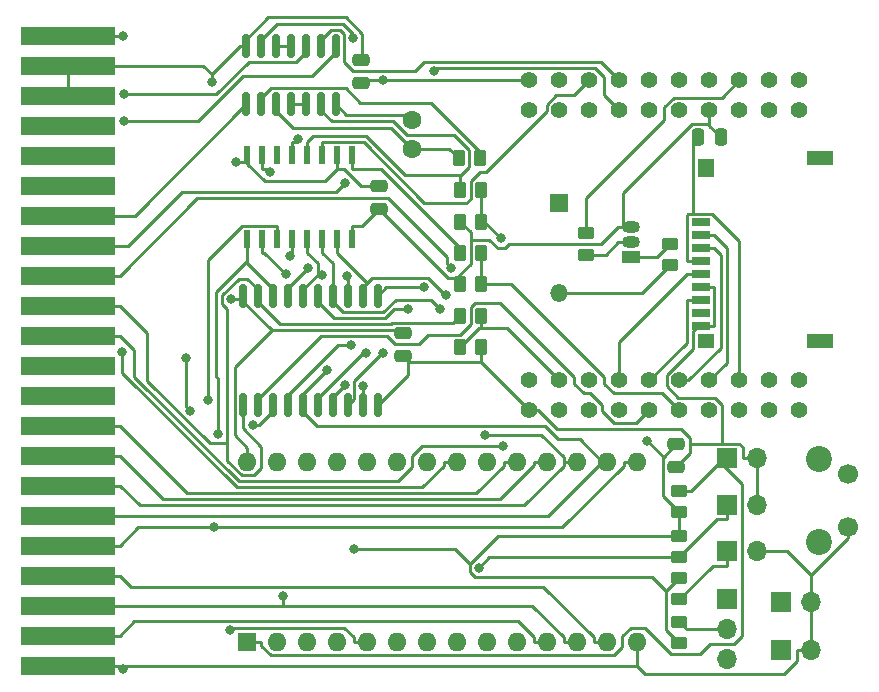
<source format=gbr>
G04 #@! TF.GenerationSoftware,KiCad,Pcbnew,7.0.10-7.0.10~ubuntu20.04.1*
G04 #@! TF.CreationDate,2024-02-18T22:33:17+01:00*
G04 #@! TF.ProjectId,ESP32Hardware,45535033-3248-4617-9264-776172652e6b,rev?*
G04 #@! TF.SameCoordinates,Original*
G04 #@! TF.FileFunction,Copper,L1,Top*
G04 #@! TF.FilePolarity,Positive*
%FSLAX46Y46*%
G04 Gerber Fmt 4.6, Leading zero omitted, Abs format (unit mm)*
G04 Created by KiCad (PCBNEW 7.0.10-7.0.10~ubuntu20.04.1) date 2024-02-18 22:33:17*
%MOMM*%
%LPD*%
G01*
G04 APERTURE LIST*
G04 Aperture macros list*
%AMRoundRect*
0 Rectangle with rounded corners*
0 $1 Rounding radius*
0 $2 $3 $4 $5 $6 $7 $8 $9 X,Y pos of 4 corners*
0 Add a 4 corners polygon primitive as box body*
4,1,4,$2,$3,$4,$5,$6,$7,$8,$9,$2,$3,0*
0 Add four circle primitives for the rounded corners*
1,1,$1+$1,$2,$3*
1,1,$1+$1,$4,$5*
1,1,$1+$1,$6,$7*
1,1,$1+$1,$8,$9*
0 Add four rect primitives between the rounded corners*
20,1,$1+$1,$2,$3,$4,$5,0*
20,1,$1+$1,$4,$5,$6,$7,0*
20,1,$1+$1,$6,$7,$8,$9,0*
20,1,$1+$1,$8,$9,$2,$3,0*%
G04 Aperture macros list end*
G04 #@! TA.AperFunction,SMDPad,CuDef*
%ADD10RoundRect,0.250000X-0.450000X0.262500X-0.450000X-0.262500X0.450000X-0.262500X0.450000X0.262500X0*%
G04 #@! TD*
G04 #@! TA.AperFunction,ComponentPad*
%ADD11R,1.500000X1.050000*%
G04 #@! TD*
G04 #@! TA.AperFunction,ComponentPad*
%ADD12O,1.500000X1.050000*%
G04 #@! TD*
G04 #@! TA.AperFunction,SMDPad,CuDef*
%ADD13RoundRect,0.250000X-0.475000X0.250000X-0.475000X-0.250000X0.475000X-0.250000X0.475000X0.250000X0*%
G04 #@! TD*
G04 #@! TA.AperFunction,SMDPad,CuDef*
%ADD14R,8.000000X1.524000*%
G04 #@! TD*
G04 #@! TA.AperFunction,ComponentPad*
%ADD15C,2.200000*%
G04 #@! TD*
G04 #@! TA.AperFunction,ComponentPad*
%ADD16C,1.700000*%
G04 #@! TD*
G04 #@! TA.AperFunction,ComponentPad*
%ADD17R,1.600000X1.600000*%
G04 #@! TD*
G04 #@! TA.AperFunction,ComponentPad*
%ADD18O,1.600000X1.600000*%
G04 #@! TD*
G04 #@! TA.AperFunction,SMDPad,CuDef*
%ADD19RoundRect,0.250000X0.450000X-0.262500X0.450000X0.262500X-0.450000X0.262500X-0.450000X-0.262500X0*%
G04 #@! TD*
G04 #@! TA.AperFunction,SMDPad,CuDef*
%ADD20RoundRect,0.250000X0.262500X0.450000X-0.262500X0.450000X-0.262500X-0.450000X0.262500X-0.450000X0*%
G04 #@! TD*
G04 #@! TA.AperFunction,ComponentPad*
%ADD21R,1.500000X1.500000*%
G04 #@! TD*
G04 #@! TA.AperFunction,ComponentPad*
%ADD22O,1.500000X1.500000*%
G04 #@! TD*
G04 #@! TA.AperFunction,ComponentPad*
%ADD23R,1.700000X1.700000*%
G04 #@! TD*
G04 #@! TA.AperFunction,ComponentPad*
%ADD24O,1.700000X1.700000*%
G04 #@! TD*
G04 #@! TA.AperFunction,SMDPad,CuDef*
%ADD25RoundRect,0.150000X0.150000X-0.875000X0.150000X0.875000X-0.150000X0.875000X-0.150000X-0.875000X0*%
G04 #@! TD*
G04 #@! TA.AperFunction,SMDPad,CuDef*
%ADD26RoundRect,0.150000X0.150000X-0.825000X0.150000X0.825000X-0.150000X0.825000X-0.150000X-0.825000X0*%
G04 #@! TD*
G04 #@! TA.AperFunction,SMDPad,CuDef*
%ADD27RoundRect,0.250000X-0.262500X-0.450000X0.262500X-0.450000X0.262500X0.450000X-0.262500X0.450000X0*%
G04 #@! TD*
G04 #@! TA.AperFunction,ComponentPad*
%ADD28C,1.600000*%
G04 #@! TD*
G04 #@! TA.AperFunction,SMDPad,CuDef*
%ADD29RoundRect,0.250000X-0.250000X-0.475000X0.250000X-0.475000X0.250000X0.475000X-0.250000X0.475000X0*%
G04 #@! TD*
G04 #@! TA.AperFunction,ComponentPad*
%ADD30C,1.400000*%
G04 #@! TD*
G04 #@! TA.AperFunction,SMDPad,CuDef*
%ADD31R,1.600000X0.700000*%
G04 #@! TD*
G04 #@! TA.AperFunction,SMDPad,CuDef*
%ADD32R,2.200000X1.200000*%
G04 #@! TD*
G04 #@! TA.AperFunction,SMDPad,CuDef*
%ADD33R,1.400000X1.600000*%
G04 #@! TD*
G04 #@! TA.AperFunction,SMDPad,CuDef*
%ADD34R,1.400000X1.200000*%
G04 #@! TD*
G04 #@! TA.AperFunction,SMDPad,CuDef*
%ADD35R,0.600000X1.500000*%
G04 #@! TD*
G04 #@! TA.AperFunction,ViaPad*
%ADD36C,0.800000*%
G04 #@! TD*
G04 #@! TA.AperFunction,Conductor*
%ADD37C,0.250000*%
G04 #@! TD*
G04 APERTURE END LIST*
D10*
X143764000Y-95297000D03*
X143764000Y-93472000D03*
X150876000Y-96162500D03*
X150876000Y-94337500D03*
D11*
X147574000Y-95504000D03*
D12*
X147574000Y-94234000D03*
X147574000Y-92964000D03*
D13*
X128270000Y-101920000D03*
X128270000Y-103820000D03*
X126238000Y-89474000D03*
X126238000Y-91374000D03*
D14*
X99892274Y-76720000D03*
X99892274Y-79260000D03*
X99892274Y-81800000D03*
X99892274Y-84340000D03*
X99892274Y-86880000D03*
X99892274Y-89420000D03*
X99892274Y-91960000D03*
X99892274Y-94500000D03*
X99892274Y-97040000D03*
X99892274Y-99580000D03*
X99892274Y-102120000D03*
X99892274Y-104660000D03*
X99892274Y-107200000D03*
X99892274Y-109740000D03*
X99892274Y-112280000D03*
X99892274Y-114820000D03*
X99892274Y-117360000D03*
X99892274Y-119900000D03*
X99892274Y-122440000D03*
X99892274Y-124980000D03*
X99892274Y-127520000D03*
X99892274Y-130060000D03*
D15*
X163455000Y-112578000D03*
X163455000Y-119578000D03*
D16*
X165955000Y-113828000D03*
X165955000Y-118328000D03*
D17*
X115072000Y-128021000D03*
D18*
X117612000Y-128021000D03*
X120152000Y-128021000D03*
X122692000Y-128021000D03*
X125232000Y-128021000D03*
X127772000Y-128021000D03*
X130312000Y-128021000D03*
X132852000Y-128021000D03*
X135392000Y-128021000D03*
X137932000Y-128021000D03*
X140472000Y-128021000D03*
X143012000Y-128021000D03*
X145552000Y-128021000D03*
X148092000Y-128021000D03*
X148092000Y-112781000D03*
X145552000Y-112781000D03*
X143012000Y-112781000D03*
X140472000Y-112781000D03*
X137932000Y-112781000D03*
X135392000Y-112781000D03*
X132852000Y-112781000D03*
X130312000Y-112781000D03*
X127772000Y-112781000D03*
X125232000Y-112781000D03*
X122692000Y-112781000D03*
X120152000Y-112781000D03*
X117612000Y-112781000D03*
X115072000Y-112781000D03*
D19*
X151638000Y-128166500D03*
X151638000Y-126341500D03*
D20*
X133049000Y-89806300D03*
X134874000Y-89806300D03*
D13*
X124714000Y-78806000D03*
X124714000Y-80706000D03*
D21*
X141478000Y-90927000D03*
D22*
X141478000Y-98547000D03*
D23*
X155702000Y-116459000D03*
D24*
X158242000Y-116459000D03*
D10*
X151638000Y-122635000D03*
X151638000Y-124460000D03*
X151638000Y-119079000D03*
X151638000Y-120904000D03*
D25*
X114681000Y-108028000D03*
X115951000Y-108028000D03*
X117221000Y-108028000D03*
X118491000Y-108028000D03*
X119761000Y-108028000D03*
X121031000Y-108028000D03*
X122301000Y-108028000D03*
X123571000Y-108028000D03*
X124841000Y-108028000D03*
X126111000Y-108028000D03*
X126111000Y-98728000D03*
X124841000Y-98728000D03*
X123571000Y-98728000D03*
X122301000Y-98728000D03*
X121031000Y-98728000D03*
X119761000Y-98728000D03*
X118491000Y-98728000D03*
X117221000Y-98728000D03*
X115951000Y-98728000D03*
X114681000Y-98728000D03*
D13*
X151384000Y-111318000D03*
X151384000Y-113218000D03*
D26*
X114935000Y-82550000D03*
X116205000Y-82550000D03*
X117475000Y-82550000D03*
X118745000Y-82550000D03*
X120015000Y-82550000D03*
X121285000Y-82550000D03*
X122555000Y-82550000D03*
X122555000Y-77600000D03*
X121285000Y-77600000D03*
X120015000Y-77600000D03*
X118745000Y-77600000D03*
X117475000Y-77600000D03*
X116205000Y-77600000D03*
X114935000Y-77600000D03*
D27*
X134874000Y-100462800D03*
X133049000Y-100462800D03*
D28*
X129032000Y-86340000D03*
X129032000Y-83840000D03*
D27*
X134770500Y-87122000D03*
X132945500Y-87122000D03*
D20*
X133049000Y-92467500D03*
X134874000Y-92467500D03*
X133049000Y-97790000D03*
X134874000Y-97790000D03*
D29*
X155128000Y-85344000D03*
X153228000Y-85344000D03*
D19*
X151638000Y-117094000D03*
X151638000Y-115269000D03*
D30*
X161798000Y-80518000D03*
X161798000Y-83058000D03*
X159258000Y-80518000D03*
X159258000Y-83058000D03*
X156718000Y-80518000D03*
X156718000Y-83058000D03*
X154178000Y-80518000D03*
X154178000Y-83058000D03*
X151638000Y-80518000D03*
X151638000Y-83058000D03*
X149098000Y-80518000D03*
X149098000Y-83058000D03*
X146558000Y-80518000D03*
X146558000Y-83058000D03*
X144018000Y-80518000D03*
X144018000Y-83058000D03*
X141478000Y-80518000D03*
X141478000Y-83058000D03*
X138938000Y-80518000D03*
X138938000Y-83058000D03*
X161798000Y-105918000D03*
X161798000Y-108458000D03*
X159258000Y-105918000D03*
X159258000Y-108458000D03*
X156718000Y-105918000D03*
X156718000Y-108458000D03*
X154178000Y-105918000D03*
X154178000Y-108458000D03*
X151638000Y-105918000D03*
X151638000Y-108458000D03*
X149098000Y-105918000D03*
X149098000Y-108458000D03*
X146558000Y-105918000D03*
X146558000Y-108458000D03*
X144018000Y-105918000D03*
X144018000Y-108458000D03*
X141478000Y-105918000D03*
X141478000Y-108458000D03*
X138938000Y-105918000D03*
X138938000Y-108458000D03*
D23*
X155702000Y-120396000D03*
D24*
X158242000Y-120396000D03*
D23*
X155702000Y-124460000D03*
D24*
X155702000Y-127000000D03*
X155702000Y-129540000D03*
D23*
X160274000Y-128778000D03*
D24*
X162814000Y-128778000D03*
D23*
X155697000Y-112522000D03*
D24*
X158237000Y-112522000D03*
D23*
X160269000Y-124714000D03*
D24*
X162809000Y-124714000D03*
D31*
X153430545Y-92542968D03*
X153430545Y-93642968D03*
X153430545Y-94742968D03*
X153430545Y-95842968D03*
X153430545Y-96942968D03*
X153430545Y-98042968D03*
X153430545Y-99142968D03*
X153430545Y-100242968D03*
X153430545Y-101342968D03*
D32*
X163530545Y-87042968D03*
D33*
X153930545Y-87942968D03*
D32*
X163530545Y-102542968D03*
D34*
X153930545Y-102542968D03*
D27*
X133049000Y-103124000D03*
X134874000Y-103124000D03*
D35*
X115062000Y-93968000D03*
X116332000Y-93968000D03*
X117602000Y-93968000D03*
X118872000Y-93968000D03*
X120142000Y-93968000D03*
X121412000Y-93968000D03*
X122682000Y-93968000D03*
X123952000Y-93968000D03*
X123952000Y-86868000D03*
X122682000Y-86868000D03*
X121412000Y-86868000D03*
X120142000Y-86868000D03*
X118872000Y-86868000D03*
X117602000Y-86868000D03*
X116332000Y-86868000D03*
X115062000Y-86868000D03*
D20*
X133049000Y-95128800D03*
X134874000Y-95128800D03*
D36*
X136526300Y-93874700D03*
X104576100Y-83949800D03*
X104581300Y-81705200D03*
X134649100Y-121771600D03*
X132316100Y-96415200D03*
X123339100Y-89188000D03*
X136668800Y-111473700D03*
X110239700Y-108488700D03*
X109824900Y-104034600D03*
X104462400Y-103525400D03*
X113605400Y-127079800D03*
X130055500Y-98025200D03*
X119356100Y-85459200D03*
X120203700Y-96382900D03*
X128651200Y-99871100D03*
X126557000Y-103594500D03*
X123526300Y-97043500D03*
X125073600Y-103578100D03*
X123809800Y-102941900D03*
X131904000Y-98649100D03*
X131407200Y-99880100D03*
X135158300Y-110529800D03*
X121389900Y-97014300D03*
X118652900Y-95404700D03*
X121771500Y-105056900D03*
X112250000Y-118340400D03*
X115528800Y-109714500D03*
X111723000Y-107597000D03*
X124881700Y-106351100D03*
X118296700Y-96928500D03*
X112545500Y-110461600D03*
X118056400Y-124153500D03*
X123306900Y-106332600D03*
X116985700Y-88241200D03*
X124096800Y-120182000D03*
X148929300Y-111006700D03*
X114109000Y-87430600D03*
X113709200Y-99052100D03*
X112056400Y-80665700D03*
X130884700Y-79731200D03*
X124034700Y-76944500D03*
X104543100Y-130335500D03*
X104558900Y-76720000D03*
X126509900Y-80518000D03*
D37*
X134770500Y-86615100D02*
X134770500Y-87122000D01*
X130584500Y-82429100D02*
X134770500Y-86615100D01*
X124614800Y-82429100D02*
X130584500Y-82429100D01*
X123382700Y-81197000D02*
X124614800Y-82429100D01*
X117051300Y-81197000D02*
X123382700Y-81197000D01*
X116205000Y-82043300D02*
X117051300Y-81197000D01*
X116205000Y-82550000D02*
X116205000Y-82043300D01*
X117475000Y-77600000D02*
X118745000Y-77600000D01*
X120015000Y-82550000D02*
X118745000Y-82550000D01*
X117475000Y-83060500D02*
X117475000Y-82550000D01*
X118954500Y-84540000D02*
X117475000Y-83060500D01*
X127232000Y-84540000D02*
X118954500Y-84540000D01*
X129032000Y-86340000D02*
X127232000Y-84540000D01*
X132163500Y-86340000D02*
X129032000Y-86340000D01*
X132945500Y-87122000D02*
X132163500Y-86340000D01*
X134874000Y-89806300D02*
X134874000Y-92467500D01*
X135119100Y-92467500D02*
X136526300Y-93874700D01*
X134874000Y-92467500D02*
X135119100Y-92467500D01*
X134874000Y-101468300D02*
X134874000Y-100462800D01*
X137028300Y-101468300D02*
X134874000Y-101468300D01*
X141478000Y-105918000D02*
X137028300Y-101468300D01*
X134704700Y-101468300D02*
X133049000Y-103124000D01*
X134874000Y-101468300D02*
X134704700Y-101468300D01*
X143764000Y-90462700D02*
X143764000Y-93472000D01*
X150368000Y-83858700D02*
X143764000Y-90462700D01*
X150368000Y-82798700D02*
X150368000Y-83858700D01*
X151184100Y-81982600D02*
X150368000Y-82798700D01*
X155253400Y-81982600D02*
X151184100Y-81982600D01*
X156718000Y-80518000D02*
X155253400Y-81982600D01*
X110900700Y-83949800D02*
X104576100Y-83949800D01*
X114702400Y-80148100D02*
X110900700Y-83949800D01*
X120503900Y-80148100D02*
X114702400Y-80148100D01*
X122555000Y-78097000D02*
X120503900Y-80148100D01*
X122555000Y-77600000D02*
X122555000Y-78097000D01*
X112424200Y-81705200D02*
X104581300Y-81705200D01*
X115178400Y-78951000D02*
X112424200Y-81705200D01*
X119170700Y-78951000D02*
X115178400Y-78951000D01*
X120015000Y-78106700D02*
X119170700Y-78951000D01*
X120015000Y-77600000D02*
X120015000Y-78106700D01*
X145385700Y-95297000D02*
X143764000Y-95297000D01*
X146448700Y-94234000D02*
X145385700Y-95297000D01*
X147574000Y-94234000D02*
X146448700Y-94234000D01*
X133049000Y-94670700D02*
X133049000Y-95128800D01*
X126371600Y-87993300D02*
X133049000Y-94670700D01*
X123952000Y-87993300D02*
X126371600Y-87993300D01*
X123952000Y-86868000D02*
X123952000Y-87993300D01*
X133049000Y-89806300D02*
X133049000Y-88530800D01*
X120142000Y-86868000D02*
X120142000Y-85742700D01*
X120642300Y-85242400D02*
X120142000Y-85742700D01*
X125108600Y-85242400D02*
X120642300Y-85242400D01*
X128397000Y-88530800D02*
X125108600Y-85242400D01*
X133049000Y-88530800D02*
X128397000Y-88530800D01*
X133135600Y-88530800D02*
X133049000Y-88530800D01*
X133858000Y-87808400D02*
X133135600Y-88530800D01*
X133858000Y-86433400D02*
X133858000Y-87808400D01*
X132589200Y-85164600D02*
X133858000Y-86433400D01*
X128564300Y-85164600D02*
X132589200Y-85164600D01*
X127391400Y-83991700D02*
X128564300Y-85164600D01*
X122204000Y-83991700D02*
X127391400Y-83991700D01*
X121285000Y-83072700D02*
X122204000Y-83991700D01*
X121285000Y-82550000D02*
X121285000Y-83072700D01*
X152296500Y-127000000D02*
X154476700Y-127000000D01*
X151638000Y-126341500D02*
X152296500Y-127000000D01*
X155702000Y-127000000D02*
X154476700Y-127000000D01*
X115072000Y-128021000D02*
X116247300Y-128021000D01*
X155697000Y-112522000D02*
X155237600Y-112981400D01*
X155237500Y-112981400D02*
X155237600Y-112981400D01*
X154931300Y-112981400D02*
X155237500Y-112981400D01*
X152643700Y-115269000D02*
X154931300Y-112981400D01*
X151638000Y-115269000D02*
X152643700Y-115269000D01*
X116247300Y-128388400D02*
X116247300Y-128021000D01*
X117055200Y-129196300D02*
X116247300Y-128388400D01*
X146121200Y-129196300D02*
X117055200Y-129196300D01*
X146822000Y-128495500D02*
X146121200Y-129196300D01*
X146822000Y-127594200D02*
X146822000Y-128495500D01*
X147578000Y-126838200D02*
X146822000Y-127594200D01*
X148703800Y-126838200D02*
X147578000Y-126838200D01*
X150923000Y-129057400D02*
X148703800Y-126838200D01*
X153363900Y-129057400D02*
X150923000Y-129057400D01*
X154195900Y-128225400D02*
X153363900Y-129057400D01*
X156241900Y-128225400D02*
X154195900Y-128225400D01*
X156927400Y-127539900D02*
X156241900Y-128225400D01*
X156927400Y-114671300D02*
X156927400Y-127539900D01*
X155237600Y-112981400D02*
X156927400Y-114671300D01*
X135516700Y-120904000D02*
X134649100Y-121771600D01*
X151638000Y-120904000D02*
X135516700Y-120904000D01*
X154857700Y-117684300D02*
X151638000Y-120904000D01*
X155702000Y-117684300D02*
X154857700Y-117684300D01*
X155702000Y-116459000D02*
X155702000Y-117684300D01*
X155702000Y-120396000D02*
X155702000Y-121621300D01*
X154476700Y-121621300D02*
X151638000Y-124460000D01*
X155702000Y-121621300D02*
X154476700Y-121621300D01*
X99892300Y-97040000D02*
X104267600Y-97040000D01*
X149709500Y-95504000D02*
X150876000Y-94337500D01*
X147574000Y-95504000D02*
X149709500Y-95504000D01*
X131957900Y-96057000D02*
X132316100Y-96415200D01*
X131957800Y-96057000D02*
X131957900Y-96057000D01*
X131957800Y-95477700D02*
X131957800Y-96057000D01*
X126974800Y-90494700D02*
X131957800Y-95477700D01*
X110812900Y-90494700D02*
X126974800Y-90494700D01*
X104267600Y-97040000D02*
X110812900Y-90494700D01*
X104984400Y-94500000D02*
X99892300Y-94500000D01*
X109490100Y-89994300D02*
X104984400Y-94500000D01*
X122532800Y-89994300D02*
X109490100Y-89994300D01*
X123339100Y-89188000D02*
X122532800Y-89994300D01*
X152255300Y-102760700D02*
X149098000Y-105918000D01*
X152255300Y-99143000D02*
X152255300Y-102760700D01*
X153430600Y-99143000D02*
X152255300Y-99143000D01*
X153430600Y-96943000D02*
X152255300Y-96943000D01*
X146558000Y-102640300D02*
X152255300Y-96943000D01*
X146558000Y-105918000D02*
X146558000Y-102640300D01*
X152388500Y-105918000D02*
X151638000Y-105918000D01*
X155137400Y-103169100D02*
X152388500Y-105918000D01*
X155137400Y-95274500D02*
X155137400Y-103169100D01*
X154605900Y-94743000D02*
X155137400Y-95274500D01*
X153430600Y-94743000D02*
X154605900Y-94743000D01*
X142748000Y-81788000D02*
X144018000Y-80518000D01*
X141218700Y-81788000D02*
X142748000Y-81788000D01*
X140402600Y-82604100D02*
X141218700Y-81788000D01*
X140402600Y-83128900D02*
X140402600Y-82604100D01*
X135274600Y-88256900D02*
X140402600Y-83128900D01*
X134770900Y-88256900D02*
X135274600Y-88256900D01*
X133961500Y-89066300D02*
X134770900Y-88256900D01*
X133961500Y-90537100D02*
X133961500Y-89066300D01*
X133601400Y-90897200D02*
X133961500Y-90537100D01*
X130055800Y-90897200D02*
X133601400Y-90897200D01*
X124901300Y-85742700D02*
X130055800Y-90897200D01*
X121412000Y-85742700D02*
X124901300Y-85742700D01*
X121412000Y-86868000D02*
X121412000Y-85742700D01*
X121285000Y-77105800D02*
X121285000Y-77600000D01*
X122175600Y-76215200D02*
X121285000Y-77105800D01*
X122904400Y-76215200D02*
X122175600Y-76215200D01*
X123245200Y-76556000D02*
X122904400Y-76215200D01*
X123245200Y-78949900D02*
X123245200Y-76556000D01*
X124000900Y-79705600D02*
X123245200Y-78949900D01*
X129232500Y-79705600D02*
X124000900Y-79705600D01*
X130006200Y-78931900D02*
X129232500Y-79705600D01*
X144971900Y-78931900D02*
X130006200Y-78931900D01*
X146558000Y-80518000D02*
X144971900Y-78931900D01*
X153430600Y-93643000D02*
X154605900Y-93643000D01*
X155637800Y-94674900D02*
X154605900Y-93643000D01*
X155637800Y-104458200D02*
X155637800Y-94674900D01*
X154178000Y-105918000D02*
X155637800Y-104458200D01*
X99892300Y-102120000D02*
X104267600Y-102120000D01*
X129884700Y-111473700D02*
X136668800Y-111473700D01*
X129042000Y-112316400D02*
X129884700Y-111473700D01*
X129042000Y-113239000D02*
X129042000Y-112316400D01*
X127822000Y-114459000D02*
X129042000Y-113239000D01*
X114357500Y-114459000D02*
X127822000Y-114459000D01*
X105484600Y-105586100D02*
X114357500Y-114459000D01*
X105484600Y-103337000D02*
X105484600Y-105586100D01*
X104267600Y-102120000D02*
X105484600Y-103337000D01*
X109824900Y-108073900D02*
X109824900Y-104034600D01*
X110239700Y-108488700D02*
X109824900Y-108073900D01*
X132852000Y-112781000D02*
X131676700Y-112781000D01*
X131676700Y-113148300D02*
X131676700Y-112781000D01*
X129865700Y-114959300D02*
X131676700Y-113148300D01*
X114149600Y-114959300D02*
X129865700Y-114959300D01*
X104462400Y-105272100D02*
X114149600Y-114959300D01*
X104462400Y-103525400D02*
X104462400Y-105272100D01*
X125232000Y-128021000D02*
X124056700Y-128021000D01*
X113839600Y-126845600D02*
X113605400Y-127079800D01*
X123245600Y-126845600D02*
X113839600Y-126845600D01*
X124056700Y-127656700D02*
X123245600Y-126845600D01*
X124056700Y-128021000D02*
X124056700Y-127656700D01*
X126813800Y-98025200D02*
X126111000Y-98728000D01*
X130055500Y-98025200D02*
X126813800Y-98025200D01*
X119072600Y-85742700D02*
X119356100Y-85459200D01*
X118872000Y-85742700D02*
X119072600Y-85742700D01*
X118872000Y-86868000D02*
X118872000Y-85742700D01*
X118491000Y-98095600D02*
X120203700Y-96382900D01*
X118491000Y-98728000D02*
X118491000Y-98095600D01*
X127509800Y-99871100D02*
X128651200Y-99871100D01*
X126744200Y-100636700D02*
X127509800Y-99871100D01*
X122431700Y-100636700D02*
X126744200Y-100636700D01*
X121031000Y-99236000D02*
X122431700Y-100636700D01*
X121031000Y-98728000D02*
X121031000Y-99236000D01*
X124085100Y-107513900D02*
X123571000Y-108028000D01*
X124085100Y-105992500D02*
X124085100Y-107513900D01*
X126483100Y-103594500D02*
X124085100Y-105992500D01*
X126557000Y-103594500D02*
X126483100Y-103594500D01*
X137422400Y-97790000D02*
X134874000Y-97790000D01*
X145288000Y-105655600D02*
X137422400Y-97790000D01*
X145288000Y-106177300D02*
X145288000Y-105655600D01*
X146104100Y-106993400D02*
X145288000Y-106177300D01*
X150173400Y-106993400D02*
X146104100Y-106993400D01*
X151638000Y-108458000D02*
X150173400Y-106993400D01*
X134874000Y-97790000D02*
X134874000Y-95128800D01*
X123571000Y-97088200D02*
X123526300Y-97043500D01*
X123571000Y-98728000D02*
X123571000Y-97088200D01*
X115951000Y-107505700D02*
X115951000Y-108028000D01*
X121290100Y-102166600D02*
X115951000Y-107505700D01*
X126893700Y-102166600D02*
X121290100Y-102166600D01*
X127539000Y-102811900D02*
X126893700Y-102166600D01*
X129617500Y-102811900D02*
X127539000Y-102811900D01*
X130385800Y-102043600D02*
X129617500Y-102811900D01*
X133078600Y-102043600D02*
X130385800Y-102043600D01*
X133961500Y-101160700D02*
X133078600Y-102043600D01*
X133961500Y-99728000D02*
X133961500Y-101160700D01*
X134322800Y-99366700D02*
X133961500Y-99728000D01*
X136477800Y-99366700D02*
X134322800Y-99366700D01*
X142748000Y-105636900D02*
X136477800Y-99366700D01*
X142748000Y-106177300D02*
X142748000Y-105636900D01*
X143564100Y-106993400D02*
X142748000Y-106177300D01*
X144082800Y-106993400D02*
X143564100Y-106993400D01*
X145093400Y-108004000D02*
X144082800Y-106993400D01*
X145093400Y-108530300D02*
X145093400Y-108004000D01*
X146122100Y-109559000D02*
X145093400Y-108530300D01*
X147997000Y-109559000D02*
X146122100Y-109559000D01*
X149098000Y-108458000D02*
X147997000Y-109559000D01*
X121031000Y-107437000D02*
X121031000Y-108028000D01*
X124889900Y-103578100D02*
X121031000Y-107437000D01*
X125073600Y-103578100D02*
X124889900Y-103578100D01*
X153430600Y-95843000D02*
X152255300Y-95843000D01*
X152822700Y-85749300D02*
X153228000Y-85344000D01*
X152822700Y-91806200D02*
X152822700Y-85749300D01*
X154443600Y-91806200D02*
X152822700Y-91806200D01*
X156718000Y-94080600D02*
X154443600Y-91806200D01*
X156718000Y-105918000D02*
X156718000Y-94080600D01*
X152255300Y-91942900D02*
X152255300Y-95843000D01*
X152392000Y-91806200D02*
X152255300Y-91942900D01*
X152822700Y-91806200D02*
X152392000Y-91806200D01*
X118491000Y-107189400D02*
X118491000Y-108028000D01*
X122738500Y-102941900D02*
X118491000Y-107189400D01*
X123809800Y-102941900D02*
X122738500Y-102941900D01*
X105525000Y-91960000D02*
X99892300Y-91960000D01*
X114935000Y-82550000D02*
X105525000Y-91960000D01*
X99892300Y-99580000D02*
X104267600Y-99580000D01*
X113349900Y-112734900D02*
X113349900Y-111249100D01*
X114573700Y-113958700D02*
X113349900Y-112734900D01*
X115637000Y-113958700D02*
X114573700Y-113958700D01*
X116253900Y-113341800D02*
X115637000Y-113958700D01*
X116253900Y-111541800D02*
X116253900Y-113341800D01*
X114681000Y-109968900D02*
X116253900Y-111541800D01*
X114681000Y-108028000D02*
X114681000Y-109968900D01*
X106585800Y-101898200D02*
X104267600Y-99580000D01*
X106585800Y-105938800D02*
X106585800Y-101898200D01*
X111896100Y-111249100D02*
X106585800Y-105938800D01*
X113349900Y-111249100D02*
X111896100Y-111249100D01*
X115951000Y-98207500D02*
X115951000Y-98728000D01*
X115054000Y-97310500D02*
X115951000Y-98207500D01*
X114311900Y-97310500D02*
X115054000Y-97310500D01*
X112931700Y-98690700D02*
X114311900Y-97310500D01*
X112931700Y-99454300D02*
X112931700Y-98690700D01*
X113349900Y-99872500D02*
X112931700Y-99454300D01*
X113349900Y-111249100D02*
X113349900Y-99872500D01*
X132487000Y-101024800D02*
X133049000Y-100462800D01*
X127325900Y-101024800D02*
X132487000Y-101024800D01*
X127213600Y-101137100D02*
X127325900Y-101024800D01*
X117837700Y-101137100D02*
X127213600Y-101137100D01*
X115951000Y-99250400D02*
X117837700Y-101137100D01*
X115951000Y-98728000D02*
X115951000Y-99250400D01*
X137932000Y-112781000D02*
X136756700Y-112781000D01*
X99892300Y-109740000D02*
X104267600Y-109740000D01*
X122682000Y-93968000D02*
X122682000Y-95093300D01*
X136756700Y-113146300D02*
X136756700Y-112781000D01*
X134443400Y-115459600D02*
X136756700Y-113146300D01*
X109987200Y-115459600D02*
X134443400Y-115459600D01*
X104267600Y-109740000D02*
X109987200Y-115459600D01*
X125216200Y-97627400D02*
X122682000Y-95093300D01*
X124841000Y-98002600D02*
X125216200Y-97627400D01*
X124841000Y-98728000D02*
X124841000Y-98002600D01*
X131775900Y-98649100D02*
X131904000Y-98649100D01*
X130335100Y-97208300D02*
X131775900Y-98649100D01*
X125635300Y-97208300D02*
X130335100Y-97208300D01*
X125216200Y-97627400D02*
X125635300Y-97208300D01*
X140472000Y-112781000D02*
X139296700Y-112781000D01*
X99892300Y-112280000D02*
X104267600Y-112280000D01*
X121412000Y-93968000D02*
X121412000Y-95093300D01*
X139296700Y-113092500D02*
X139296700Y-112781000D01*
X136429300Y-115959900D02*
X139296700Y-113092500D01*
X107947500Y-115959900D02*
X136429300Y-115959900D01*
X104267600Y-112280000D02*
X107947500Y-115959900D01*
X122301000Y-95982300D02*
X122301000Y-98728000D01*
X121412000Y-95093300D02*
X122301000Y-95982300D01*
X122301000Y-99250100D02*
X122301000Y-98728000D01*
X123183500Y-100132600D02*
X122301000Y-99250100D01*
X126540600Y-100132600D02*
X123183500Y-100132600D01*
X127608800Y-99064400D02*
X126540600Y-100132600D01*
X130591500Y-99064400D02*
X127608800Y-99064400D01*
X131407200Y-99880100D02*
X130591500Y-99064400D01*
X99892300Y-114820000D02*
X104267600Y-114820000D01*
X120142000Y-93968000D02*
X120142000Y-95093300D01*
X143012000Y-112781000D02*
X141864900Y-112781000D01*
X141836700Y-112809200D02*
X141864900Y-112781000D01*
X141836700Y-113148300D02*
X141836700Y-112809200D01*
X138484900Y-116500100D02*
X141836700Y-113148300D01*
X105947700Y-116500100D02*
X138484900Y-116500100D01*
X104267600Y-114820000D02*
X105947700Y-116500100D01*
X139957900Y-110529800D02*
X135158300Y-110529800D01*
X141864900Y-112436800D02*
X139957900Y-110529800D01*
X141864900Y-112781000D02*
X141864900Y-112436800D01*
X119761000Y-98200100D02*
X119761000Y-98728000D01*
X121085300Y-96875800D02*
X119761000Y-98200100D01*
X121223700Y-97014300D02*
X121085300Y-96875800D01*
X121389900Y-97014300D02*
X121223700Y-97014300D01*
X121001200Y-95952500D02*
X120142000Y-95093300D01*
X121001200Y-96791800D02*
X121001200Y-95952500D01*
X121085300Y-96875800D02*
X121001200Y-96791800D01*
X118652900Y-95312400D02*
X118652900Y-95404700D01*
X118872000Y-95093300D02*
X118652900Y-95312400D01*
X118872000Y-93968000D02*
X118872000Y-95093300D01*
X140534200Y-117360000D02*
X104267600Y-117360000D01*
X145113200Y-112781000D02*
X140534200Y-117360000D01*
X99892300Y-117360000D02*
X104267600Y-117360000D01*
X145552000Y-112781000D02*
X145118300Y-112781000D01*
X145118300Y-112781000D02*
X145113200Y-112781000D01*
X119761000Y-107067400D02*
X121771500Y-105056900D01*
X119761000Y-108028000D02*
X119761000Y-107067400D01*
X143243000Y-110905700D02*
X145118300Y-112781000D01*
X141385700Y-110905700D02*
X143243000Y-110905700D01*
X140234500Y-109754500D02*
X141385700Y-110905700D01*
X120962000Y-109754500D02*
X140234500Y-109754500D01*
X119761000Y-108553500D02*
X120962000Y-109754500D01*
X119761000Y-108028000D02*
X119761000Y-108553500D01*
X99892300Y-119900000D02*
X104267600Y-119900000D01*
X105827200Y-118340400D02*
X112250000Y-118340400D01*
X104267600Y-119900000D02*
X105827200Y-118340400D01*
X146916700Y-113146300D02*
X146916700Y-112781000D01*
X141722600Y-118340400D02*
X146916700Y-113146300D01*
X112250000Y-118340400D02*
X141722600Y-118340400D01*
X148092000Y-112781000D02*
X146916700Y-112781000D01*
X116035800Y-109714500D02*
X115528800Y-109714500D01*
X117221000Y-108529300D02*
X116035800Y-109714500D01*
X117221000Y-108028000D02*
X117221000Y-108529300D01*
X117602000Y-93968000D02*
X117602000Y-92842700D01*
X111723000Y-95685700D02*
X111723000Y-107597000D01*
X114566000Y-92842700D02*
X111723000Y-95685700D01*
X117602000Y-92842700D02*
X114566000Y-92842700D01*
X145552000Y-128021000D02*
X144376700Y-128021000D01*
X99892300Y-122440000D02*
X104267600Y-122440000D01*
X144376700Y-127677600D02*
X144376700Y-128021000D01*
X140077300Y-123378200D02*
X144376700Y-127677600D01*
X105205800Y-123378200D02*
X140077300Y-123378200D01*
X104267600Y-122440000D02*
X105205800Y-123378200D01*
X124841000Y-106391800D02*
X124881700Y-106351100D01*
X124841000Y-108028000D02*
X124841000Y-106391800D01*
X116461500Y-95093300D02*
X118296700Y-96928500D01*
X116332000Y-95093300D02*
X116461500Y-95093300D01*
X116332000Y-93968000D02*
X116332000Y-95093300D01*
X115062000Y-93968000D02*
X115062000Y-95093300D01*
X143012000Y-128021000D02*
X141836700Y-128021000D01*
X118056400Y-124153500D02*
X118056400Y-124980000D01*
X139163000Y-124980000D02*
X118056400Y-124980000D01*
X141836700Y-127653700D02*
X139163000Y-124980000D01*
X141836700Y-128021000D02*
X141836700Y-127653700D01*
X118056400Y-124980000D02*
X99892300Y-124980000D01*
X115062000Y-95790600D02*
X114949500Y-95903100D01*
X115062000Y-95093300D02*
X115062000Y-95790600D01*
X117221000Y-98174600D02*
X117221000Y-98728000D01*
X114949500Y-95903100D02*
X117221000Y-98174600D01*
X112545500Y-105746000D02*
X112545500Y-110461600D01*
X112431400Y-105631900D02*
X112545500Y-105746000D01*
X112431400Y-98421200D02*
X112431400Y-105631900D01*
X114949500Y-95903100D02*
X112431400Y-98421200D01*
X140472000Y-128021000D02*
X139296700Y-128021000D01*
X99892300Y-127520000D02*
X104267600Y-127520000D01*
X139296700Y-127653700D02*
X139296700Y-128021000D01*
X137935700Y-126292700D02*
X139296700Y-127653700D01*
X105494900Y-126292700D02*
X137935700Y-126292700D01*
X104267600Y-127520000D02*
X105494900Y-126292700D01*
X116332000Y-86868000D02*
X116332000Y-87993300D01*
X116737800Y-87993300D02*
X116985700Y-88241200D01*
X116332000Y-87993300D02*
X116737800Y-87993300D01*
X122301000Y-107338500D02*
X123306900Y-106332600D01*
X122301000Y-108028000D02*
X122301000Y-107338500D01*
X99892300Y-81800000D02*
X99892300Y-79260000D01*
X151638000Y-122635000D02*
X150530300Y-123742700D01*
X150530300Y-127058800D02*
X151638000Y-128166500D01*
X150530300Y-123742700D02*
X150530300Y-127058800D01*
X148491500Y-98547000D02*
X141478000Y-98547000D01*
X150876000Y-96162500D02*
X148491500Y-98547000D01*
X151638000Y-117094000D02*
X151638000Y-119079000D01*
X148929300Y-111006700D02*
X150312300Y-112389700D01*
X150236400Y-112465600D02*
X150312300Y-112389700D01*
X150236400Y-115692400D02*
X150236400Y-112465600D01*
X151638000Y-117094000D02*
X150236400Y-115692400D01*
X150312300Y-112389700D02*
X151384000Y-111318000D01*
X115062000Y-86868000D02*
X115062000Y-87430600D01*
X122682000Y-86868000D02*
X122682000Y-87993300D01*
X115062000Y-87430600D02*
X114109000Y-87430600D01*
X121657900Y-89017400D02*
X122682000Y-87993300D01*
X116529700Y-89017400D02*
X121657900Y-89017400D01*
X115062000Y-87549700D02*
X116529700Y-89017400D01*
X115062000Y-87430600D02*
X115062000Y-87549700D01*
X99892300Y-79260000D02*
X104267600Y-79260000D01*
X132605100Y-120182000D02*
X133873700Y-121450600D01*
X124096800Y-120182000D02*
X132605100Y-120182000D01*
X136245300Y-119079000D02*
X133873700Y-121450600D01*
X151638000Y-119079000D02*
X136245300Y-119079000D01*
X149334600Y-122547000D02*
X150530300Y-123742700D01*
X134327900Y-122547000D02*
X149334600Y-122547000D01*
X133873700Y-122092800D02*
X134327900Y-122547000D01*
X133873700Y-121450600D02*
X133873700Y-122092800D01*
X123240900Y-87993300D02*
X122682000Y-87993300D01*
X124721600Y-89474000D02*
X123240900Y-87993300D01*
X126238000Y-89474000D02*
X124721600Y-89474000D01*
X114935000Y-77062200D02*
X114935000Y-77600000D01*
X116823700Y-75173500D02*
X114935000Y-77062200D01*
X123431900Y-75173500D02*
X116823700Y-75173500D01*
X124810000Y-76551600D02*
X123431900Y-75173500D01*
X124810000Y-78710000D02*
X124810000Y-76551600D01*
X124714000Y-78806000D02*
X124810000Y-78710000D01*
X111328600Y-79260000D02*
X104267600Y-79260000D01*
X112056400Y-79987800D02*
X111328600Y-79260000D01*
X112056400Y-80665700D02*
X112056400Y-79987800D01*
X114444200Y-77600000D02*
X114935000Y-77600000D01*
X112056400Y-79987800D02*
X114444200Y-77600000D01*
X114477400Y-99052100D02*
X113709200Y-99052100D01*
X114477400Y-98931600D02*
X114477400Y-99052100D01*
X114681000Y-98728000D02*
X114477400Y-98931600D01*
X113999200Y-104787500D02*
X117106000Y-101680700D01*
X113999200Y-110532900D02*
X113999200Y-104787500D01*
X115072000Y-111605700D02*
X113999200Y-110532900D01*
X114477400Y-99052100D02*
X117106000Y-101680700D01*
X115072000Y-112781000D02*
X115072000Y-111605700D01*
X117120400Y-101666300D02*
X117106000Y-101680700D01*
X128016300Y-101666300D02*
X117120400Y-101666300D01*
X128270000Y-101920000D02*
X128016300Y-101666300D01*
X116205000Y-77105800D02*
X116205000Y-77600000D01*
X117596000Y-75714800D02*
X116205000Y-77105800D01*
X123133100Y-75714800D02*
X117596000Y-75714800D01*
X124034700Y-76616400D02*
X123133100Y-75714800D01*
X124034700Y-76944500D02*
X124034700Y-76616400D01*
X131173300Y-79442600D02*
X130884700Y-79731200D01*
X144514600Y-79442600D02*
X131173300Y-79442600D01*
X145288000Y-80216000D02*
X144514600Y-79442600D01*
X145288000Y-81788000D02*
X145288000Y-80216000D01*
X146558000Y-83058000D02*
X145288000Y-81788000D01*
X99892300Y-130060000D02*
X104267600Y-130060000D01*
X104543100Y-130335500D02*
X104267600Y-130060000D01*
X162809000Y-124714000D02*
X162809000Y-125939300D01*
X162809000Y-124714000D02*
X162809000Y-124101300D01*
X165955000Y-119231100D02*
X165955000Y-118328000D01*
X162759300Y-122426800D02*
X165955000Y-119231100D01*
X160728500Y-120396000D02*
X162759300Y-122426800D01*
X158242000Y-120396000D02*
X160728500Y-120396000D01*
X162809000Y-122476500D02*
X162809000Y-124101300D01*
X162759300Y-122426800D02*
X162809000Y-122476500D01*
X158242000Y-113752300D02*
X158237000Y-113747300D01*
X158242000Y-116459000D02*
X158242000Y-113752300D01*
X158237000Y-112522000D02*
X158237000Y-113747300D01*
X99892300Y-76720000D02*
X104267600Y-76720000D01*
X104267600Y-76720000D02*
X104558900Y-76720000D01*
X158237000Y-112522000D02*
X157011700Y-112522000D01*
X152550800Y-112051200D02*
X152550800Y-111283300D01*
X151384000Y-113218000D02*
X152550800Y-112051200D01*
X156729200Y-111283300D02*
X155253400Y-111283300D01*
X157011700Y-111565800D02*
X156729200Y-111283300D01*
X157011700Y-112522000D02*
X157011700Y-111565800D01*
X155253400Y-111283300D02*
X152550800Y-111283300D01*
X133961500Y-93380000D02*
X133049000Y-92467500D01*
X133961500Y-94003300D02*
X133961500Y-93380000D01*
X147574000Y-92964000D02*
X146906900Y-92964000D01*
X146906900Y-92964000D02*
X146448700Y-92964000D01*
X152729100Y-84195300D02*
X154178000Y-84195300D01*
X146906900Y-90017500D02*
X152729100Y-84195300D01*
X146906900Y-92964000D02*
X146906900Y-90017500D01*
X154178000Y-83058000D02*
X154178000Y-84195300D01*
X154178000Y-84394000D02*
X155128000Y-85344000D01*
X154178000Y-84195300D02*
X154178000Y-84394000D01*
X153205400Y-101343000D02*
X153430600Y-101343000D01*
X152755700Y-101792700D02*
X153205400Y-101343000D01*
X152755700Y-103279500D02*
X152755700Y-101792700D01*
X150561800Y-105473400D02*
X152755700Y-103279500D01*
X150561800Y-106379800D02*
X150561800Y-105473400D01*
X151547000Y-107365000D02*
X150561800Y-106379800D01*
X154614400Y-107365000D02*
X151547000Y-107365000D01*
X155253400Y-108004000D02*
X154614400Y-107365000D01*
X155253400Y-111283300D02*
X155253400Y-108004000D01*
X154605900Y-101343000D02*
X154605900Y-98043000D01*
X153430600Y-101343000D02*
X154605900Y-101343000D01*
X153430600Y-98043000D02*
X154605900Y-98043000D01*
X162814000Y-125944300D02*
X162814000Y-128778000D01*
X162809000Y-125939300D02*
X162814000Y-125944300D01*
X162814000Y-128778000D02*
X161588700Y-128778000D01*
X148092000Y-128021000D02*
X148092000Y-129196300D01*
X148092000Y-130109300D02*
X148092000Y-129196300D01*
X148755000Y-130772300D02*
X148092000Y-130109300D01*
X160513400Y-130772300D02*
X148755000Y-130772300D01*
X161588700Y-129697000D02*
X160513400Y-130772300D01*
X161588700Y-128778000D02*
X161588700Y-129697000D01*
X104769300Y-130109300D02*
X104543100Y-130335500D01*
X148092000Y-130109300D02*
X104769300Y-130109300D01*
X145028200Y-94384500D02*
X146448700Y-92964000D01*
X137197600Y-94384500D02*
X145028200Y-94384500D01*
X136889800Y-94692300D02*
X137197600Y-94384500D01*
X136247500Y-94692300D02*
X136889800Y-94692300D01*
X135558500Y-94003300D02*
X136247500Y-94692300D01*
X133961500Y-94003300D02*
X135558500Y-94003300D01*
X138938000Y-80518000D02*
X126509900Y-80518000D01*
X124902000Y-80518000D02*
X124714000Y-80706000D01*
X126509900Y-80518000D02*
X124902000Y-80518000D01*
X123420300Y-83415300D02*
X122555000Y-82550000D01*
X128607300Y-83415300D02*
X123420300Y-83415300D01*
X129032000Y-83840000D02*
X128607300Y-83415300D01*
X139645700Y-108458000D02*
X138938000Y-108458000D01*
X141247100Y-110059400D02*
X139645700Y-108458000D01*
X151786000Y-110059400D02*
X141247100Y-110059400D01*
X152550800Y-110824200D02*
X151786000Y-110059400D01*
X152550800Y-111283300D02*
X152550800Y-110824200D01*
X138938000Y-108458000D02*
X134874000Y-104394000D01*
X134874000Y-104394000D02*
X134874000Y-103124000D01*
X128671800Y-104394000D02*
X134874000Y-104394000D01*
X128671800Y-105467200D02*
X128671800Y-104394000D01*
X126111000Y-108028000D02*
X128671800Y-105467200D01*
X128671800Y-104221800D02*
X128270000Y-103820000D01*
X128671800Y-104394000D02*
X128671800Y-104221800D01*
X123952000Y-93968000D02*
X123952000Y-92842700D01*
X133961500Y-96016700D02*
X132759300Y-97218900D01*
X133961500Y-94003300D02*
X133961500Y-96016700D01*
X132759300Y-97500300D02*
X133049000Y-97790000D01*
X132759300Y-97218900D02*
X132759300Y-97500300D01*
X132008800Y-97218900D02*
X126201000Y-91411000D01*
X132759300Y-97218900D02*
X132008800Y-97218900D01*
X124769300Y-92842700D02*
X126201000Y-91411000D01*
X123952000Y-92842700D02*
X124769300Y-92842700D01*
X126201000Y-91411000D02*
X126238000Y-91374000D01*
M02*

</source>
